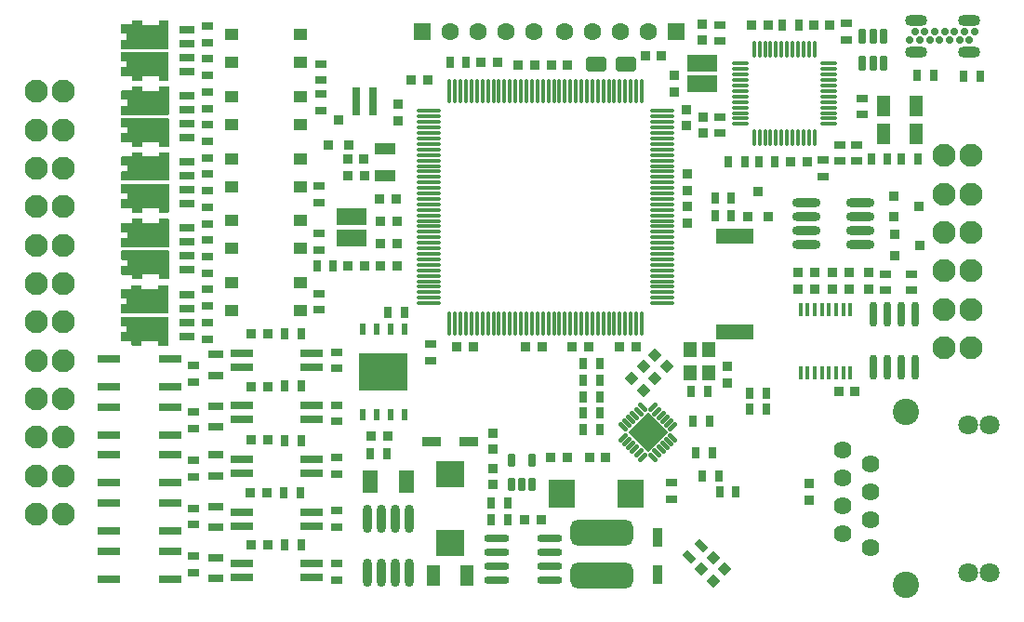
<source format=gts>
G04*
G04 #@! TF.GenerationSoftware,Altium Limited,Altium Designer,22.10.1 (41)*
G04*
G04 Layer_Color=8388736*
%FSLAX25Y25*%
%MOIN*%
G70*
G04*
G04 #@! TF.SameCoordinates,228258D3-266C-4D4F-9196-BF2F79CCE343*
G04*
G04*
G04 #@! TF.FilePolarity,Negative*
G04*
G01*
G75*
%ADD44R,0.01200X0.04575*%
%ADD62R,0.04921X0.02559*%
%ADD70R,0.04921X0.03937*%
%ADD71R,0.05512X0.03150*%
%ADD72R,0.03937X0.02756*%
%ADD73R,0.02756X0.03937*%
%ADD74R,0.03543X0.03543*%
%ADD75R,0.03543X0.03543*%
%ADD76R,0.04724X0.05512*%
%ADD77P,0.05011X4X180.0*%
%ADD78P,0.14476X4X270.0*%
G04:AMPARAMS|DCode=79|XSize=37.8mil|YSize=14.17mil|CornerRadius=2.33mil|HoleSize=0mil|Usage=FLASHONLY|Rotation=225.000|XOffset=0mil|YOffset=0mil|HoleType=Round|Shape=RoundedRectangle|*
%AMROUNDEDRECTD79*
21,1,0.03780,0.00952,0,0,225.0*
21,1,0.03314,0.01417,0,0,225.0*
1,1,0.00465,-0.01508,-0.00835*
1,1,0.00465,0.00835,0.01508*
1,1,0.00465,0.01508,0.00835*
1,1,0.00465,-0.00835,-0.01508*
%
%ADD79ROUNDEDRECTD79*%
G04:AMPARAMS|DCode=80|XSize=37.8mil|YSize=14.17mil|CornerRadius=2.33mil|HoleSize=0mil|Usage=FLASHONLY|Rotation=315.000|XOffset=0mil|YOffset=0mil|HoleType=Round|Shape=RoundedRectangle|*
%AMROUNDEDRECTD80*
21,1,0.03780,0.00952,0,0,315.0*
21,1,0.03314,0.01417,0,0,315.0*
1,1,0.00465,0.00835,-0.01508*
1,1,0.00465,-0.01508,0.00835*
1,1,0.00465,-0.00835,0.01508*
1,1,0.00465,0.01508,-0.00835*
%
%ADD80ROUNDEDRECTD80*%
%ADD81P,0.05011X4X90.0*%
G04:AMPARAMS|DCode=82|XSize=23.62mil|YSize=43.31mil|CornerRadius=0mil|HoleSize=0mil|Usage=FLASHONLY|Rotation=45.000|XOffset=0mil|YOffset=0mil|HoleType=Round|Shape=Rectangle|*
%AMROTATEDRECTD82*
4,1,4,0.00696,-0.02366,-0.02366,0.00696,-0.00696,0.02366,0.02366,-0.00696,0.00696,-0.02366,0.0*
%
%ADD82ROTATEDRECTD82*%

%ADD83R,0.09882X0.09724*%
%ADD84R,0.17323X0.13780*%
%ADD85R,0.01968X0.03937*%
%ADD86R,0.09449X0.10315*%
G04:AMPARAMS|DCode=87|XSize=51.58mil|YSize=27.17mil|CornerRadius=4.87mil|HoleSize=0mil|Usage=FLASHONLY|Rotation=90.000|XOffset=0mil|YOffset=0mil|HoleType=Round|Shape=RoundedRectangle|*
%AMROUNDEDRECTD87*
21,1,0.05158,0.01742,0,0,90.0*
21,1,0.04183,0.02717,0,0,90.0*
1,1,0.00974,0.00871,0.02092*
1,1,0.00974,0.00871,-0.02092*
1,1,0.00974,-0.00871,-0.02092*
1,1,0.00974,-0.00871,0.02092*
%
%ADD87ROUNDEDRECTD87*%
%ADD88R,0.03150X0.09843*%
%ADD89O,0.01378X0.06496*%
%ADD90O,0.06496X0.01378*%
%ADD91R,0.04921X0.07480*%
%ADD92R,0.11024X0.06299*%
G04:AMPARAMS|DCode=93|XSize=224.53mil|YSize=92.65mil|CornerRadius=25.16mil|HoleSize=0mil|Usage=FLASHONLY|Rotation=180.000|XOffset=0mil|YOffset=0mil|HoleType=Round|Shape=RoundedRectangle|*
%AMROUNDEDRECTD93*
21,1,0.22453,0.04232,0,0,180.0*
21,1,0.17421,0.09265,0,0,180.0*
1,1,0.05032,-0.08711,0.02116*
1,1,0.05032,0.08711,0.02116*
1,1,0.05032,0.08711,-0.02116*
1,1,0.05032,-0.08711,-0.02116*
%
%ADD93ROUNDEDRECTD93*%
%ADD94O,0.08661X0.01575*%
%ADD95O,0.01575X0.08661*%
%ADD96R,0.13780X0.05512*%
%ADD97O,0.10236X0.03150*%
G04:AMPARAMS|DCode=98|XSize=71.26mil|YSize=52.36mil|CornerRadius=8.02mil|HoleSize=0mil|Usage=FLASHONLY|Rotation=180.000|XOffset=0mil|YOffset=0mil|HoleType=Round|Shape=RoundedRectangle|*
%AMROUNDEDRECTD98*
21,1,0.07126,0.03632,0,0,180.0*
21,1,0.05522,0.05236,0,0,180.0*
1,1,0.01604,-0.02761,0.01816*
1,1,0.01604,0.02761,0.01816*
1,1,0.01604,0.02761,-0.01816*
1,1,0.01604,-0.02761,-0.01816*
%
%ADD98ROUNDEDRECTD98*%
%ADD99O,0.09055X0.02756*%
%ADD100R,0.07480X0.04331*%
%ADD101R,0.03394X0.03394*%
%ADD102R,0.03543X0.06693*%
%ADD103R,0.05315X0.08268*%
%ADD104O,0.03150X0.10236*%
%ADD105O,0.02756X0.09055*%
%ADD106R,0.03394X0.03394*%
G04:AMPARAMS|DCode=107|XSize=45.67mil|YSize=29.53mil|CornerRadius=8.37mil|HoleSize=0mil|Usage=FLASHONLY|Rotation=90.000|XOffset=0mil|YOffset=0mil|HoleType=Round|Shape=RoundedRectangle|*
%AMROUNDEDRECTD107*
21,1,0.04567,0.01280,0,0,90.0*
21,1,0.02894,0.02953,0,0,90.0*
1,1,0.01673,0.00640,0.01447*
1,1,0.01673,0.00640,-0.01447*
1,1,0.01673,-0.00640,-0.01447*
1,1,0.01673,-0.00640,0.01447*
%
%ADD107ROUNDEDRECTD107*%
%ADD108R,0.04370X0.03248*%
%ADD109R,0.04331X0.03209*%
%ADD110R,0.03465X0.04331*%
%ADD111R,0.03543X0.04331*%
%ADD112R,0.04331X0.03248*%
%ADD113R,0.05315X0.02953*%
%ADD114R,0.08394X0.02994*%
%ADD115R,0.06693X0.03543*%
%ADD116C,0.06394*%
%ADD117C,0.07087*%
%ADD118C,0.09449*%
%ADD119C,0.06299*%
%ADD120R,0.06299X0.06299*%
%ADD121C,0.08268*%
%ADD122C,0.02862*%
%ADD123O,0.07980X0.04043*%
%ADD124C,0.02362*%
G36*
X66968Y-123231D02*
X67005Y-123242D01*
X67039Y-123261D01*
X67069Y-123285D01*
X67094Y-123315D01*
X67112Y-123349D01*
X67123Y-123387D01*
X67127Y-123425D01*
Y-131693D01*
Y-133268D01*
X67123Y-133306D01*
X67112Y-133343D01*
X67094Y-133378D01*
X67069Y-133408D01*
X67039Y-133432D01*
X67005Y-133450D01*
X66968Y-133462D01*
X66929Y-133466D01*
X63779D01*
X63741Y-133462D01*
X63704Y-133450D01*
X63670Y-133432D01*
X63640Y-133408D01*
X63615Y-133378D01*
X63597Y-133343D01*
X63586Y-133306D01*
X63582Y-133268D01*
Y-131891D01*
X57580D01*
Y-133268D01*
X57576Y-133306D01*
X57565Y-133343D01*
X57546Y-133378D01*
X57522Y-133408D01*
X57492Y-133432D01*
X57458Y-133450D01*
X57420Y-133462D01*
X57382Y-133466D01*
X54134D01*
X54095Y-133462D01*
X54058Y-133450D01*
X54024Y-133432D01*
X53994Y-133408D01*
X53969Y-133378D01*
X53951Y-133343D01*
X53940Y-133306D01*
X53936Y-133268D01*
Y-131891D01*
X50197D01*
X50158Y-131887D01*
X50121Y-131876D01*
X50087Y-131857D01*
X50057Y-131833D01*
X50032Y-131803D01*
X50014Y-131769D01*
X50003Y-131731D01*
X49999Y-131693D01*
Y-128839D01*
X50003Y-128800D01*
X50014Y-128763D01*
X50032Y-128729D01*
X50057Y-128699D01*
X50087Y-128674D01*
X50121Y-128656D01*
X50158Y-128645D01*
X50197Y-128641D01*
X52164D01*
Y-126576D01*
X50197D01*
X50158Y-126572D01*
X50121Y-126561D01*
X50087Y-126542D01*
X50057Y-126518D01*
X50032Y-126488D01*
X50014Y-126454D01*
X50003Y-126417D01*
X49999Y-126378D01*
Y-123425D01*
X50003Y-123387D01*
X50014Y-123349D01*
X50032Y-123315D01*
X50057Y-123285D01*
X50087Y-123261D01*
X50121Y-123242D01*
X50158Y-123231D01*
X50197Y-123227D01*
X66929D01*
X66968Y-123231D01*
D02*
G37*
G36*
Y-111814D02*
X67005Y-111825D01*
X67039Y-111843D01*
X67069Y-111868D01*
X67094Y-111898D01*
X67112Y-111932D01*
X67123Y-111969D01*
X67127Y-112008D01*
Y-113583D01*
Y-121850D01*
X67123Y-121889D01*
X67112Y-121926D01*
X67094Y-121960D01*
X67069Y-121990D01*
X67039Y-122015D01*
X67005Y-122033D01*
X66968Y-122044D01*
X66929Y-122048D01*
X50197D01*
X50158Y-122044D01*
X50121Y-122033D01*
X50087Y-122015D01*
X50057Y-121990D01*
X50032Y-121960D01*
X50014Y-121926D01*
X50003Y-121889D01*
X49999Y-121850D01*
Y-118898D01*
X50003Y-118859D01*
X50014Y-118822D01*
X50032Y-118788D01*
X50057Y-118758D01*
X50087Y-118733D01*
X50121Y-118715D01*
X50158Y-118704D01*
X50197Y-118700D01*
X52164D01*
Y-116635D01*
X50197D01*
X50158Y-116631D01*
X50121Y-116620D01*
X50087Y-116602D01*
X50057Y-116577D01*
X50032Y-116547D01*
X50014Y-116513D01*
X50003Y-116476D01*
X49999Y-116437D01*
Y-113583D01*
X50003Y-113544D01*
X50014Y-113507D01*
X50032Y-113473D01*
X50057Y-113443D01*
X50087Y-113418D01*
X50121Y-113400D01*
X50158Y-113389D01*
X50197Y-113385D01*
X53936D01*
Y-112008D01*
X53940Y-111969D01*
X53951Y-111932D01*
X53969Y-111898D01*
X53994Y-111868D01*
X54024Y-111843D01*
X54058Y-111825D01*
X54095Y-111814D01*
X54134Y-111810D01*
X57382D01*
X57420Y-111814D01*
X57458Y-111825D01*
X57492Y-111843D01*
X57522Y-111868D01*
X57546Y-111898D01*
X57565Y-111932D01*
X57576Y-111969D01*
X57580Y-112008D01*
Y-113385D01*
X63582D01*
Y-112008D01*
X63586Y-111969D01*
X63597Y-111932D01*
X63615Y-111898D01*
X63640Y-111868D01*
X63670Y-111843D01*
X63704Y-111825D01*
X63741Y-111814D01*
X63779Y-111810D01*
X66929D01*
X66968Y-111814D01*
D02*
G37*
G36*
X67165Y-99412D02*
X67202Y-99424D01*
X67236Y-99442D01*
X67266Y-99466D01*
X67290Y-99496D01*
X67309Y-99531D01*
X67320Y-99568D01*
X67324Y-99606D01*
Y-107874D01*
Y-109449D01*
X67320Y-109487D01*
X67309Y-109525D01*
X67290Y-109559D01*
X67266Y-109589D01*
X67236Y-109613D01*
X67202Y-109632D01*
X67165Y-109643D01*
X67126Y-109647D01*
X63976D01*
X63938Y-109643D01*
X63901Y-109632D01*
X63867Y-109613D01*
X63836Y-109589D01*
X63812Y-109559D01*
X63794Y-109525D01*
X63782Y-109487D01*
X63779Y-109449D01*
Y-108072D01*
X57776D01*
Y-109449D01*
X57773Y-109487D01*
X57762Y-109525D01*
X57743Y-109559D01*
X57719Y-109589D01*
X57689Y-109613D01*
X57654Y-109632D01*
X57617Y-109643D01*
X57579Y-109647D01*
X54331D01*
X54292Y-109643D01*
X54255Y-109632D01*
X54221Y-109613D01*
X54191Y-109589D01*
X54166Y-109559D01*
X54148Y-109525D01*
X54137Y-109487D01*
X54133Y-109449D01*
Y-108072D01*
X50394D01*
X50355Y-108068D01*
X50318Y-108057D01*
X50284Y-108038D01*
X50254Y-108014D01*
X50229Y-107984D01*
X50211Y-107950D01*
X50200Y-107913D01*
X50196Y-107874D01*
Y-105020D01*
X50200Y-104981D01*
X50211Y-104944D01*
X50229Y-104910D01*
X50254Y-104880D01*
X50284Y-104855D01*
X50318Y-104837D01*
X50355Y-104826D01*
X50394Y-104822D01*
X52361D01*
Y-102757D01*
X50394D01*
X50355Y-102753D01*
X50318Y-102742D01*
X50284Y-102724D01*
X50254Y-102699D01*
X50229Y-102669D01*
X50211Y-102635D01*
X50200Y-102598D01*
X50196Y-102559D01*
Y-99606D01*
X50200Y-99568D01*
X50211Y-99531D01*
X50229Y-99496D01*
X50254Y-99466D01*
X50284Y-99442D01*
X50318Y-99424D01*
X50355Y-99412D01*
X50394Y-99409D01*
X67126D01*
X67165Y-99412D01*
D02*
G37*
G36*
Y-87995D02*
X67202Y-88006D01*
X67236Y-88024D01*
X67266Y-88049D01*
X67290Y-88079D01*
X67309Y-88113D01*
X67320Y-88150D01*
X67324Y-88189D01*
Y-89764D01*
Y-98032D01*
X67320Y-98070D01*
X67309Y-98107D01*
X67290Y-98141D01*
X67266Y-98171D01*
X67236Y-98196D01*
X67202Y-98214D01*
X67165Y-98225D01*
X67126Y-98229D01*
X50394D01*
X50355Y-98225D01*
X50318Y-98214D01*
X50284Y-98196D01*
X50254Y-98171D01*
X50229Y-98141D01*
X50211Y-98107D01*
X50200Y-98070D01*
X50196Y-98032D01*
Y-95079D01*
X50200Y-95040D01*
X50211Y-95003D01*
X50229Y-94969D01*
X50254Y-94939D01*
X50284Y-94914D01*
X50318Y-94896D01*
X50355Y-94885D01*
X50394Y-94881D01*
X52361D01*
Y-92816D01*
X50394D01*
X50355Y-92812D01*
X50318Y-92801D01*
X50284Y-92783D01*
X50254Y-92758D01*
X50229Y-92728D01*
X50211Y-92694D01*
X50200Y-92657D01*
X50196Y-92618D01*
Y-89764D01*
X50200Y-89725D01*
X50211Y-89688D01*
X50229Y-89654D01*
X50254Y-89624D01*
X50284Y-89599D01*
X50318Y-89581D01*
X50355Y-89570D01*
X50394Y-89566D01*
X54133D01*
Y-88189D01*
X54137Y-88150D01*
X54148Y-88113D01*
X54166Y-88079D01*
X54191Y-88049D01*
X54221Y-88024D01*
X54255Y-88006D01*
X54292Y-87995D01*
X54331Y-87991D01*
X57579D01*
X57617Y-87995D01*
X57654Y-88006D01*
X57689Y-88024D01*
X57719Y-88049D01*
X57743Y-88079D01*
X57762Y-88113D01*
X57773Y-88150D01*
X57776Y-88189D01*
Y-89566D01*
X63779D01*
Y-88189D01*
X63782Y-88150D01*
X63794Y-88113D01*
X63812Y-88079D01*
X63836Y-88049D01*
X63867Y-88024D01*
X63901Y-88006D01*
X63938Y-87995D01*
X63976Y-87991D01*
X67126D01*
X67165Y-87995D01*
D02*
G37*
G36*
Y-75593D02*
X67202Y-75605D01*
X67236Y-75623D01*
X67266Y-75647D01*
X67290Y-75678D01*
X67309Y-75712D01*
X67320Y-75749D01*
X67324Y-75787D01*
Y-84055D01*
Y-85630D01*
X67320Y-85668D01*
X67309Y-85706D01*
X67290Y-85740D01*
X67266Y-85770D01*
X67236Y-85794D01*
X67202Y-85813D01*
X67165Y-85824D01*
X67126Y-85828D01*
X63976D01*
X63938Y-85824D01*
X63901Y-85813D01*
X63867Y-85794D01*
X63836Y-85770D01*
X63812Y-85740D01*
X63794Y-85706D01*
X63782Y-85668D01*
X63779Y-85630D01*
Y-84253D01*
X57776D01*
Y-85630D01*
X57773Y-85668D01*
X57762Y-85706D01*
X57743Y-85740D01*
X57719Y-85770D01*
X57689Y-85794D01*
X57654Y-85813D01*
X57617Y-85824D01*
X57579Y-85828D01*
X54331D01*
X54292Y-85824D01*
X54255Y-85813D01*
X54221Y-85794D01*
X54191Y-85770D01*
X54166Y-85740D01*
X54148Y-85706D01*
X54137Y-85668D01*
X54133Y-85630D01*
Y-84253D01*
X50394D01*
X50355Y-84249D01*
X50318Y-84238D01*
X50284Y-84220D01*
X50254Y-84195D01*
X50229Y-84165D01*
X50211Y-84131D01*
X50200Y-84094D01*
X50196Y-84055D01*
Y-81201D01*
X50200Y-81162D01*
X50211Y-81125D01*
X50229Y-81091D01*
X50254Y-81061D01*
X50284Y-81036D01*
X50318Y-81018D01*
X50355Y-81007D01*
X50394Y-81003D01*
X52361D01*
Y-78938D01*
X50394D01*
X50355Y-78934D01*
X50318Y-78923D01*
X50284Y-78905D01*
X50254Y-78880D01*
X50229Y-78850D01*
X50211Y-78816D01*
X50200Y-78779D01*
X50196Y-78740D01*
Y-75787D01*
X50200Y-75749D01*
X50211Y-75712D01*
X50229Y-75678D01*
X50254Y-75647D01*
X50284Y-75623D01*
X50318Y-75605D01*
X50355Y-75593D01*
X50394Y-75590D01*
X67126D01*
X67165Y-75593D01*
D02*
G37*
G36*
Y-64176D02*
X67202Y-64187D01*
X67236Y-64206D01*
X67266Y-64230D01*
X67290Y-64260D01*
X67309Y-64294D01*
X67320Y-64332D01*
X67324Y-64370D01*
Y-65945D01*
Y-74213D01*
X67320Y-74251D01*
X67309Y-74288D01*
X67290Y-74322D01*
X67266Y-74353D01*
X67236Y-74377D01*
X67202Y-74395D01*
X67165Y-74407D01*
X67126Y-74410D01*
X50394D01*
X50355Y-74407D01*
X50318Y-74395D01*
X50284Y-74377D01*
X50254Y-74353D01*
X50229Y-74322D01*
X50211Y-74288D01*
X50200Y-74251D01*
X50196Y-74213D01*
Y-71260D01*
X50200Y-71221D01*
X50211Y-71184D01*
X50229Y-71150D01*
X50254Y-71120D01*
X50284Y-71095D01*
X50318Y-71077D01*
X50355Y-71066D01*
X50394Y-71062D01*
X52361D01*
Y-68997D01*
X50394D01*
X50355Y-68993D01*
X50318Y-68982D01*
X50284Y-68964D01*
X50254Y-68939D01*
X50229Y-68909D01*
X50211Y-68875D01*
X50200Y-68838D01*
X50196Y-68799D01*
Y-65945D01*
X50200Y-65906D01*
X50211Y-65869D01*
X50229Y-65835D01*
X50254Y-65805D01*
X50284Y-65780D01*
X50318Y-65762D01*
X50355Y-65751D01*
X50394Y-65747D01*
X54133D01*
Y-64370D01*
X54137Y-64332D01*
X54148Y-64294D01*
X54166Y-64260D01*
X54191Y-64230D01*
X54221Y-64206D01*
X54255Y-64187D01*
X54292Y-64176D01*
X54331Y-64172D01*
X57579D01*
X57617Y-64176D01*
X57654Y-64187D01*
X57689Y-64206D01*
X57719Y-64230D01*
X57743Y-64260D01*
X57762Y-64294D01*
X57773Y-64332D01*
X57776Y-64370D01*
Y-65747D01*
X63779D01*
Y-64370D01*
X63782Y-64332D01*
X63794Y-64294D01*
X63812Y-64260D01*
X63836Y-64230D01*
X63867Y-64206D01*
X63901Y-64187D01*
X63938Y-64176D01*
X63976Y-64172D01*
X67126D01*
X67165Y-64176D01*
D02*
G37*
G36*
Y-51971D02*
X67202Y-51983D01*
X67236Y-52001D01*
X67266Y-52026D01*
X67290Y-52056D01*
X67309Y-52090D01*
X67320Y-52127D01*
X67324Y-52165D01*
Y-60433D01*
Y-62008D01*
X67320Y-62046D01*
X67309Y-62084D01*
X67290Y-62118D01*
X67266Y-62148D01*
X67236Y-62172D01*
X67202Y-62191D01*
X67165Y-62202D01*
X67126Y-62206D01*
X63976D01*
X63938Y-62202D01*
X63901Y-62191D01*
X63867Y-62172D01*
X63836Y-62148D01*
X63812Y-62118D01*
X63794Y-62084D01*
X63782Y-62046D01*
X63779Y-62008D01*
Y-60631D01*
X57776D01*
Y-62008D01*
X57773Y-62046D01*
X57762Y-62084D01*
X57743Y-62118D01*
X57719Y-62148D01*
X57689Y-62172D01*
X57654Y-62191D01*
X57617Y-62202D01*
X57579Y-62206D01*
X54331D01*
X54292Y-62202D01*
X54255Y-62191D01*
X54221Y-62172D01*
X54191Y-62148D01*
X54166Y-62118D01*
X54148Y-62084D01*
X54137Y-62046D01*
X54133Y-62008D01*
Y-60631D01*
X50394D01*
X50355Y-60627D01*
X50318Y-60616D01*
X50284Y-60597D01*
X50254Y-60573D01*
X50229Y-60543D01*
X50211Y-60509D01*
X50200Y-60472D01*
X50196Y-60433D01*
Y-57579D01*
X50200Y-57540D01*
X50211Y-57503D01*
X50229Y-57469D01*
X50254Y-57439D01*
X50284Y-57414D01*
X50318Y-57396D01*
X50355Y-57385D01*
X50394Y-57381D01*
X52361D01*
Y-55316D01*
X50394D01*
X50355Y-55312D01*
X50318Y-55301D01*
X50284Y-55283D01*
X50254Y-55258D01*
X50229Y-55228D01*
X50211Y-55194D01*
X50200Y-55157D01*
X50196Y-55118D01*
Y-52165D01*
X50200Y-52127D01*
X50211Y-52090D01*
X50229Y-52056D01*
X50254Y-52026D01*
X50284Y-52001D01*
X50318Y-51983D01*
X50355Y-51971D01*
X50394Y-51968D01*
X67126D01*
X67165Y-51971D01*
D02*
G37*
G36*
Y-40554D02*
X67202Y-40565D01*
X67236Y-40584D01*
X67266Y-40608D01*
X67290Y-40638D01*
X67309Y-40672D01*
X67320Y-40709D01*
X67324Y-40748D01*
Y-42323D01*
Y-50591D01*
X67320Y-50629D01*
X67309Y-50666D01*
X67290Y-50700D01*
X67266Y-50730D01*
X67236Y-50755D01*
X67202Y-50773D01*
X67165Y-50785D01*
X67126Y-50788D01*
X50394D01*
X50355Y-50785D01*
X50318Y-50773D01*
X50284Y-50755D01*
X50254Y-50730D01*
X50229Y-50700D01*
X50211Y-50666D01*
X50200Y-50629D01*
X50196Y-50591D01*
Y-47638D01*
X50200Y-47599D01*
X50211Y-47562D01*
X50229Y-47528D01*
X50254Y-47498D01*
X50284Y-47473D01*
X50318Y-47455D01*
X50355Y-47444D01*
X50394Y-47440D01*
X52361D01*
Y-45375D01*
X50394D01*
X50355Y-45371D01*
X50318Y-45360D01*
X50284Y-45342D01*
X50254Y-45317D01*
X50229Y-45287D01*
X50211Y-45253D01*
X50200Y-45216D01*
X50196Y-45177D01*
Y-42323D01*
X50200Y-42284D01*
X50211Y-42247D01*
X50229Y-42213D01*
X50254Y-42183D01*
X50284Y-42158D01*
X50318Y-42140D01*
X50355Y-42129D01*
X50394Y-42125D01*
X54133D01*
Y-40748D01*
X54137Y-40709D01*
X54148Y-40672D01*
X54166Y-40638D01*
X54191Y-40608D01*
X54221Y-40584D01*
X54255Y-40565D01*
X54292Y-40554D01*
X54331Y-40550D01*
X57579D01*
X57617Y-40554D01*
X57654Y-40565D01*
X57689Y-40584D01*
X57719Y-40608D01*
X57743Y-40638D01*
X57762Y-40672D01*
X57773Y-40709D01*
X57776Y-40748D01*
Y-42125D01*
X63779D01*
Y-40748D01*
X63782Y-40709D01*
X63794Y-40672D01*
X63812Y-40638D01*
X63836Y-40608D01*
X63867Y-40584D01*
X63901Y-40565D01*
X63938Y-40554D01*
X63976Y-40550D01*
X67126D01*
X67165Y-40554D01*
D02*
G37*
G36*
X67066Y-28330D02*
X67103Y-28341D01*
X67137Y-28359D01*
X67167Y-28384D01*
X67192Y-28414D01*
X67210Y-28448D01*
X67222Y-28485D01*
X67225Y-28524D01*
Y-36791D01*
Y-38366D01*
X67222Y-38405D01*
X67210Y-38442D01*
X67192Y-38476D01*
X67167Y-38506D01*
X67137Y-38531D01*
X67103Y-38549D01*
X67066Y-38560D01*
X67028Y-38564D01*
X63878D01*
X63839Y-38560D01*
X63802Y-38549D01*
X63768Y-38531D01*
X63738Y-38506D01*
X63714Y-38476D01*
X63695Y-38442D01*
X63684Y-38405D01*
X63680Y-38366D01*
Y-36989D01*
X57678D01*
Y-38366D01*
X57674Y-38405D01*
X57663Y-38442D01*
X57645Y-38476D01*
X57620Y-38506D01*
X57590Y-38531D01*
X57556Y-38549D01*
X57519Y-38560D01*
X57480Y-38564D01*
X54232D01*
X54194Y-38560D01*
X54157Y-38549D01*
X54122Y-38531D01*
X54092Y-38506D01*
X54068Y-38476D01*
X54050Y-38442D01*
X54038Y-38405D01*
X54035Y-38366D01*
Y-36989D01*
X50295D01*
X50257Y-36985D01*
X50220Y-36974D01*
X50185Y-36956D01*
X50155Y-36931D01*
X50131Y-36901D01*
X50112Y-36867D01*
X50101Y-36830D01*
X50098Y-36791D01*
Y-33937D01*
X50101Y-33898D01*
X50112Y-33861D01*
X50131Y-33827D01*
X50155Y-33797D01*
X50185Y-33773D01*
X50220Y-33754D01*
X50257Y-33743D01*
X50295Y-33739D01*
X52263D01*
Y-31674D01*
X50295D01*
X50257Y-31670D01*
X50220Y-31659D01*
X50185Y-31641D01*
X50155Y-31616D01*
X50131Y-31586D01*
X50112Y-31552D01*
X50101Y-31515D01*
X50098Y-31477D01*
Y-28524D01*
X50101Y-28485D01*
X50112Y-28448D01*
X50131Y-28414D01*
X50155Y-28384D01*
X50185Y-28359D01*
X50220Y-28341D01*
X50257Y-28330D01*
X50295Y-28326D01*
X67028D01*
X67066Y-28330D01*
D02*
G37*
G36*
Y-16912D02*
X67103Y-16924D01*
X67137Y-16942D01*
X67167Y-16966D01*
X67192Y-16996D01*
X67210Y-17031D01*
X67222Y-17068D01*
X67225Y-17106D01*
Y-18681D01*
Y-26949D01*
X67222Y-26987D01*
X67210Y-27025D01*
X67192Y-27059D01*
X67167Y-27089D01*
X67137Y-27113D01*
X67103Y-27132D01*
X67066Y-27143D01*
X67028Y-27147D01*
X50295D01*
X50257Y-27143D01*
X50220Y-27132D01*
X50185Y-27113D01*
X50155Y-27089D01*
X50131Y-27059D01*
X50112Y-27025D01*
X50101Y-26987D01*
X50098Y-26949D01*
Y-23996D01*
X50101Y-23958D01*
X50112Y-23921D01*
X50131Y-23886D01*
X50155Y-23856D01*
X50185Y-23832D01*
X50220Y-23813D01*
X50257Y-23802D01*
X50295Y-23798D01*
X52263D01*
Y-21733D01*
X50295D01*
X50257Y-21730D01*
X50220Y-21718D01*
X50185Y-21700D01*
X50155Y-21675D01*
X50131Y-21645D01*
X50112Y-21611D01*
X50101Y-21574D01*
X50098Y-21535D01*
Y-18681D01*
X50101Y-18643D01*
X50112Y-18606D01*
X50131Y-18571D01*
X50155Y-18541D01*
X50185Y-18517D01*
X50220Y-18498D01*
X50257Y-18487D01*
X50295Y-18483D01*
X54035D01*
Y-17106D01*
X54038Y-17068D01*
X54050Y-17031D01*
X54068Y-16996D01*
X54092Y-16966D01*
X54122Y-16942D01*
X54157Y-16924D01*
X54194Y-16912D01*
X54232Y-16909D01*
X57480D01*
X57519Y-16912D01*
X57556Y-16924D01*
X57590Y-16942D01*
X57620Y-16966D01*
X57645Y-16996D01*
X57663Y-17031D01*
X57674Y-17068D01*
X57678Y-17106D01*
Y-18483D01*
X63680D01*
Y-17106D01*
X63684Y-17068D01*
X63695Y-17031D01*
X63714Y-16996D01*
X63738Y-16966D01*
X63768Y-16942D01*
X63802Y-16924D01*
X63839Y-16912D01*
X63878Y-16909D01*
X67028D01*
X67066Y-16912D01*
D02*
G37*
D44*
X293701Y-143177D02*
D03*
X296260D02*
D03*
X298819D02*
D03*
X301378D02*
D03*
X311614D02*
D03*
X309055D02*
D03*
X306496D02*
D03*
X303937D02*
D03*
X293701Y-120571D02*
D03*
X296260D02*
D03*
X298819D02*
D03*
X301378D02*
D03*
X303937D02*
D03*
X306496D02*
D03*
X309055D02*
D03*
X311614D02*
D03*
D62*
X60532Y-32461D02*
D03*
Y-23012D02*
D03*
X60630Y-46654D02*
D03*
Y-56102D02*
D03*
Y-79724D02*
D03*
Y-70276D02*
D03*
Y-94095D02*
D03*
Y-103543D02*
D03*
X60433Y-127362D02*
D03*
Y-117913D02*
D03*
D70*
X89862Y-76437D02*
D03*
X114468D02*
D03*
X89862Y-66437D02*
D03*
X114468D02*
D03*
X89862Y-98632D02*
D03*
X114468D02*
D03*
X89862Y-88632D02*
D03*
X114468D02*
D03*
Y-110827D02*
D03*
X89862D02*
D03*
X114468Y-120827D02*
D03*
X89862D02*
D03*
X114468Y-44242D02*
D03*
X89862D02*
D03*
X114468Y-54242D02*
D03*
X89862D02*
D03*
X114468Y-22047D02*
D03*
X89862D02*
D03*
X114468Y-32047D02*
D03*
X89862D02*
D03*
D71*
X84153Y-144095D02*
D03*
Y-136614D02*
D03*
Y-162598D02*
D03*
Y-155118D02*
D03*
Y-180217D02*
D03*
Y-172736D02*
D03*
Y-191240D02*
D03*
Y-198721D02*
D03*
X84055Y-209547D02*
D03*
Y-217028D02*
D03*
D72*
X81299Y-77953D02*
D03*
Y-83858D02*
D03*
X247342Y-188583D02*
D03*
Y-182677D02*
D03*
X161024Y-132972D02*
D03*
Y-138878D02*
D03*
X333465Y-107776D02*
D03*
Y-113681D02*
D03*
X301870Y-66929D02*
D03*
Y-72835D02*
D03*
X264665Y-51476D02*
D03*
Y-57382D02*
D03*
X310039Y-23819D02*
D03*
Y-17913D02*
D03*
X264961Y-24409D02*
D03*
Y-18504D02*
D03*
X307776Y-61417D02*
D03*
Y-67323D02*
D03*
X313779D02*
D03*
Y-61417D02*
D03*
X315945Y-50689D02*
D03*
Y-44783D02*
D03*
X324213Y-107776D02*
D03*
Y-113681D02*
D03*
X81299Y-24803D02*
D03*
Y-18898D02*
D03*
Y-36614D02*
D03*
Y-30709D02*
D03*
Y-48425D02*
D03*
Y-42520D02*
D03*
Y-60236D02*
D03*
Y-54331D02*
D03*
X76181Y-214961D02*
D03*
Y-209055D02*
D03*
Y-197736D02*
D03*
Y-191831D02*
D03*
X121063Y-93209D02*
D03*
Y-99114D02*
D03*
Y-114764D02*
D03*
Y-120669D02*
D03*
X127362Y-135827D02*
D03*
Y-141732D02*
D03*
X81299Y-72047D02*
D03*
Y-66142D02*
D03*
Y-95669D02*
D03*
Y-89764D02*
D03*
Y-107480D02*
D03*
Y-101575D02*
D03*
Y-119291D02*
D03*
Y-113386D02*
D03*
Y-131102D02*
D03*
Y-125197D02*
D03*
X76181Y-146457D02*
D03*
Y-140551D02*
D03*
Y-163287D02*
D03*
Y-157382D02*
D03*
Y-180512D02*
D03*
Y-174606D02*
D03*
X127362Y-173721D02*
D03*
Y-179626D02*
D03*
Y-192667D02*
D03*
Y-198573D02*
D03*
Y-217520D02*
D03*
Y-211614D02*
D03*
Y-160728D02*
D03*
Y-154823D02*
D03*
X121063Y-82284D02*
D03*
Y-76378D02*
D03*
X121752Y-43406D02*
D03*
Y-49311D02*
D03*
X121653Y-38386D02*
D03*
Y-32480D02*
D03*
D73*
X145768Y-121653D02*
D03*
X151673D02*
D03*
X275590Y-156398D02*
D03*
X281496D02*
D03*
X275590Y-150492D02*
D03*
X281496D02*
D03*
X260531Y-150000D02*
D03*
X254626D02*
D03*
X261024Y-160433D02*
D03*
X255118D02*
D03*
X262205Y-171850D02*
D03*
X256299D02*
D03*
X264469Y-180118D02*
D03*
X258563D02*
D03*
X264665Y-186024D02*
D03*
X270571D02*
D03*
X215748Y-139961D02*
D03*
X221654D02*
D03*
X215748Y-145866D02*
D03*
X221654D02*
D03*
X215748Y-151772D02*
D03*
X221654D02*
D03*
X215748Y-157677D02*
D03*
X221654D02*
D03*
X215748Y-163583D02*
D03*
X221654D02*
D03*
X278642Y-67520D02*
D03*
X284547D02*
D03*
X273721D02*
D03*
X267815D02*
D03*
X335433Y-36614D02*
D03*
X341339D02*
D03*
X352264Y-36811D02*
D03*
X358169D02*
D03*
X287205Y-18504D02*
D03*
X293110D02*
D03*
X318996Y-66732D02*
D03*
X324902D02*
D03*
X329823D02*
D03*
X335728D02*
D03*
X188779Y-195965D02*
D03*
X182874D02*
D03*
X145473Y-172244D02*
D03*
X139567D02*
D03*
X173917Y-31791D02*
D03*
X168012D02*
D03*
X262992Y-80709D02*
D03*
X268898D02*
D03*
Y-86910D02*
D03*
X262992D02*
D03*
X114370Y-186221D02*
D03*
X108465D02*
D03*
X126279Y-104823D02*
D03*
X120374D02*
D03*
X114764Y-129134D02*
D03*
X108858D02*
D03*
X114764Y-204921D02*
D03*
X108858D02*
D03*
X188779Y-189862D02*
D03*
X182874D02*
D03*
X114764Y-167520D02*
D03*
X108858D02*
D03*
X114764Y-148031D02*
D03*
X108858D02*
D03*
D74*
X149114Y-104823D02*
D03*
X143209D02*
D03*
X223917Y-173721D02*
D03*
X218012D02*
D03*
X210138D02*
D03*
X204232D02*
D03*
X290158Y-67520D02*
D03*
X296063D02*
D03*
X176378Y-134055D02*
D03*
X170472D02*
D03*
X307382Y-149902D02*
D03*
X313287D02*
D03*
X276083Y-18504D02*
D03*
X281988D02*
D03*
X304232D02*
D03*
X298327D02*
D03*
X237992Y-29724D02*
D03*
X243898D02*
D03*
X131398Y-66732D02*
D03*
X137303D02*
D03*
X131496Y-72736D02*
D03*
X137402D02*
D03*
X160039Y-38287D02*
D03*
X154134D02*
D03*
X234842Y-134055D02*
D03*
X143110Y-88829D02*
D03*
X149016D02*
D03*
X102756Y-204921D02*
D03*
X96850D02*
D03*
X142913Y-80905D02*
D03*
X148819D02*
D03*
X143110Y-96949D02*
D03*
X149016D02*
D03*
X131496Y-104823D02*
D03*
X137402D02*
D03*
X102756Y-129134D02*
D03*
X96850D02*
D03*
X139961Y-166043D02*
D03*
X145866D02*
D03*
X195177Y-134055D02*
D03*
X201083D02*
D03*
X211909D02*
D03*
X217815D02*
D03*
X228937D02*
D03*
X204331Y-32972D02*
D03*
X210236D02*
D03*
X198425D02*
D03*
X192520D02*
D03*
X185138Y-31791D02*
D03*
X179232D02*
D03*
X194882Y-195965D02*
D03*
X200787D02*
D03*
X102362Y-186221D02*
D03*
X96457D02*
D03*
X102756Y-167323D02*
D03*
X96850D02*
D03*
X102756Y-148228D02*
D03*
X96850D02*
D03*
D75*
X296752Y-188976D02*
D03*
Y-183071D02*
D03*
X267520Y-140847D02*
D03*
Y-146752D02*
D03*
X253248Y-89567D02*
D03*
Y-83661D02*
D03*
X258366Y-24016D02*
D03*
Y-18110D02*
D03*
X248327Y-42618D02*
D03*
Y-36713D02*
D03*
X253248Y-77756D02*
D03*
Y-71850D02*
D03*
X311024Y-113287D02*
D03*
Y-107382D02*
D03*
X305020Y-113287D02*
D03*
Y-107382D02*
D03*
X298917Y-113287D02*
D03*
Y-107382D02*
D03*
X292717Y-113287D02*
D03*
Y-107382D02*
D03*
X258760Y-57382D02*
D03*
Y-51476D02*
D03*
X252756Y-48819D02*
D03*
Y-54724D02*
D03*
X149409Y-52854D02*
D03*
Y-46949D02*
D03*
X318209Y-107382D02*
D03*
Y-113287D02*
D03*
X183465Y-177461D02*
D03*
Y-183366D02*
D03*
Y-170669D02*
D03*
Y-164764D02*
D03*
D76*
X254232Y-134843D02*
D03*
X260728Y-143110D02*
D03*
Y-134843D02*
D03*
X254232Y-143110D02*
D03*
D77*
X241613Y-136790D02*
D03*
X245789Y-140966D02*
D03*
X241556Y-145198D02*
D03*
X237381Y-141022D02*
D03*
X237324Y-149430D02*
D03*
X233148Y-145255D02*
D03*
D78*
X238976Y-164567D02*
D03*
D79*
X237069Y-173434D02*
D03*
X235678Y-172042D02*
D03*
X234285Y-170650D02*
D03*
X232894Y-169258D02*
D03*
X231502Y-167866D02*
D03*
X230110Y-166474D02*
D03*
X240883Y-155700D02*
D03*
X242275Y-157092D02*
D03*
X243667Y-158484D02*
D03*
X245059Y-159876D02*
D03*
X246451Y-161268D02*
D03*
X247843Y-162660D02*
D03*
D80*
Y-166474D02*
D03*
X246451Y-167866D02*
D03*
X245059Y-169258D02*
D03*
X243667Y-170650D02*
D03*
X242275Y-172042D02*
D03*
X240883Y-173434D02*
D03*
X230110Y-162660D02*
D03*
X231502Y-161268D02*
D03*
X232894Y-159876D02*
D03*
X234285Y-158484D02*
D03*
X235678Y-157092D02*
D03*
X237069Y-155700D02*
D03*
D81*
X262324Y-209428D02*
D03*
X258148Y-213604D02*
D03*
X266556Y-213660D02*
D03*
X262381Y-217836D02*
D03*
D82*
X253916Y-209371D02*
D03*
X258092Y-205196D02*
D03*
D83*
X168209Y-179724D02*
D03*
Y-204331D02*
D03*
D84*
X144291Y-142815D02*
D03*
D85*
X151791Y-158110D02*
D03*
X136791Y-127520D02*
D03*
X141791Y-158110D02*
D03*
X146791Y-127520D02*
D03*
X136791Y-158110D02*
D03*
X141791Y-127520D02*
D03*
X146791Y-158110D02*
D03*
X151791Y-127520D02*
D03*
D86*
X208228Y-186516D02*
D03*
X232716D02*
D03*
D87*
X315945Y-22421D02*
D03*
X319685D02*
D03*
X323425D02*
D03*
Y-32303D02*
D03*
X319685D02*
D03*
X315945D02*
D03*
D88*
X140453Y-45866D02*
D03*
X134547D02*
D03*
D89*
X284941Y-27362D02*
D03*
X277067Y-59055D02*
D03*
X279035D02*
D03*
X281004D02*
D03*
X282972D02*
D03*
X284941D02*
D03*
X286910D02*
D03*
X288878D02*
D03*
X290846D02*
D03*
X292815D02*
D03*
X294783D02*
D03*
X296752D02*
D03*
X298721D02*
D03*
Y-27362D02*
D03*
X296752D02*
D03*
X294783D02*
D03*
X292815D02*
D03*
X290846D02*
D03*
X288878D02*
D03*
X286910D02*
D03*
X282972D02*
D03*
X281004D02*
D03*
X279035D02*
D03*
X277067D02*
D03*
D90*
X272047Y-34350D02*
D03*
Y-44193D02*
D03*
Y-42224D02*
D03*
X303740Y-40256D02*
D03*
Y-38287D02*
D03*
X272047Y-32382D02*
D03*
Y-36319D02*
D03*
Y-38287D02*
D03*
Y-40256D02*
D03*
Y-46161D02*
D03*
Y-48130D02*
D03*
Y-50098D02*
D03*
Y-52067D02*
D03*
Y-54035D02*
D03*
X303740D02*
D03*
Y-52067D02*
D03*
Y-50098D02*
D03*
Y-48130D02*
D03*
Y-46161D02*
D03*
Y-44193D02*
D03*
Y-42224D02*
D03*
Y-36319D02*
D03*
Y-34350D02*
D03*
Y-32382D02*
D03*
D91*
X335236Y-47638D02*
D03*
X323425D02*
D03*
X335236Y-57677D02*
D03*
X323425D02*
D03*
X174114Y-215945D02*
D03*
X162303D02*
D03*
D92*
X258366Y-32185D02*
D03*
Y-39666D02*
D03*
X132973Y-87303D02*
D03*
Y-94783D02*
D03*
D93*
X222638Y-200689D02*
D03*
Y-215846D02*
D03*
D94*
X160630Y-116339D02*
D03*
Y-82874D02*
D03*
Y-84842D02*
D03*
Y-86811D02*
D03*
Y-88779D02*
D03*
Y-90748D02*
D03*
Y-49409D02*
D03*
Y-51378D02*
D03*
Y-53346D02*
D03*
Y-55315D02*
D03*
Y-57284D02*
D03*
Y-61221D02*
D03*
Y-63189D02*
D03*
Y-65158D02*
D03*
Y-67126D02*
D03*
Y-69095D02*
D03*
Y-71063D02*
D03*
Y-73032D02*
D03*
Y-75000D02*
D03*
Y-76968D02*
D03*
Y-78937D02*
D03*
Y-80905D02*
D03*
Y-92716D02*
D03*
Y-94685D02*
D03*
Y-96653D02*
D03*
Y-98622D02*
D03*
Y-100591D02*
D03*
Y-102559D02*
D03*
Y-104527D02*
D03*
Y-106496D02*
D03*
Y-108465D02*
D03*
Y-110433D02*
D03*
Y-112402D02*
D03*
Y-114370D02*
D03*
Y-118307D02*
D03*
X244094D02*
D03*
Y-112402D02*
D03*
Y-106496D02*
D03*
Y-104527D02*
D03*
Y-102559D02*
D03*
Y-100591D02*
D03*
Y-98622D02*
D03*
Y-96653D02*
D03*
Y-94685D02*
D03*
Y-92716D02*
D03*
Y-90748D02*
D03*
Y-88779D02*
D03*
Y-86811D02*
D03*
Y-84842D02*
D03*
Y-82874D02*
D03*
Y-80905D02*
D03*
Y-76968D02*
D03*
Y-75000D02*
D03*
Y-69095D02*
D03*
Y-67126D02*
D03*
Y-65158D02*
D03*
Y-59252D02*
D03*
Y-57284D02*
D03*
Y-55315D02*
D03*
Y-51378D02*
D03*
Y-49409D02*
D03*
Y-61221D02*
D03*
Y-63189D02*
D03*
Y-71063D02*
D03*
Y-73032D02*
D03*
Y-78937D02*
D03*
Y-108465D02*
D03*
Y-110433D02*
D03*
Y-114370D02*
D03*
Y-116339D02*
D03*
Y-53346D02*
D03*
X160630Y-59252D02*
D03*
D95*
X183661Y-42126D02*
D03*
X167913Y-125591D02*
D03*
X169882D02*
D03*
X171850D02*
D03*
X173819D02*
D03*
X175787D02*
D03*
X177756D02*
D03*
X179724D02*
D03*
X181693D02*
D03*
X183661D02*
D03*
X185630D02*
D03*
X187598D02*
D03*
X189567D02*
D03*
X191535D02*
D03*
X193504D02*
D03*
X195473D02*
D03*
X197441D02*
D03*
X199409D02*
D03*
X201378D02*
D03*
X203346D02*
D03*
X205315D02*
D03*
X207283D02*
D03*
X209252D02*
D03*
X211221D02*
D03*
X213189D02*
D03*
X215158D02*
D03*
X217126D02*
D03*
X219094D02*
D03*
X221063D02*
D03*
X223031D02*
D03*
X225000D02*
D03*
X226969D02*
D03*
X228937D02*
D03*
X230906D02*
D03*
X232874D02*
D03*
X236811D02*
D03*
Y-42126D02*
D03*
X234842D02*
D03*
X232874D02*
D03*
X230906D02*
D03*
X228937D02*
D03*
X226969D02*
D03*
X225000D02*
D03*
X223031D02*
D03*
X221063D02*
D03*
X219094D02*
D03*
X217126D02*
D03*
X215158D02*
D03*
X213189D02*
D03*
X211221D02*
D03*
X209252D02*
D03*
X207283D02*
D03*
X205315D02*
D03*
X203346D02*
D03*
X201378D02*
D03*
X199409D02*
D03*
X197441D02*
D03*
X195473D02*
D03*
X193504D02*
D03*
X191535D02*
D03*
X189567D02*
D03*
X187598D02*
D03*
X185630D02*
D03*
X181693D02*
D03*
X179724D02*
D03*
X177756D02*
D03*
X175787D02*
D03*
X173819D02*
D03*
X171850D02*
D03*
X169882D02*
D03*
X167913D02*
D03*
X234842Y-125591D02*
D03*
D96*
X270276Y-94291D02*
D03*
Y-128543D02*
D03*
D97*
X315158Y-97362D02*
D03*
Y-92362D02*
D03*
Y-87362D02*
D03*
Y-82362D02*
D03*
X295866Y-97362D02*
D03*
Y-92362D02*
D03*
Y-87362D02*
D03*
Y-82362D02*
D03*
D98*
X220374Y-32579D02*
D03*
X231004D02*
D03*
D99*
X184843Y-212638D02*
D03*
Y-217638D02*
D03*
X203740D02*
D03*
Y-212638D02*
D03*
Y-207638D02*
D03*
Y-202638D02*
D03*
X184843Y-207638D02*
D03*
Y-202638D02*
D03*
D100*
X144685Y-62795D02*
D03*
Y-72638D02*
D03*
D101*
X128140Y-52713D02*
D03*
X124390Y-61713D02*
D03*
X131890D02*
D03*
X278455Y-78303D02*
D03*
X274705Y-87303D02*
D03*
X282205D02*
D03*
D102*
X242421Y-215650D02*
D03*
Y-202264D02*
D03*
D103*
X139563Y-182283D02*
D03*
X152563D02*
D03*
D104*
X138524Y-195562D02*
D03*
Y-214854D02*
D03*
X143524D02*
D03*
X148524D02*
D03*
X153524D02*
D03*
X143524Y-195562D02*
D03*
X148524D02*
D03*
X153524D02*
D03*
D105*
X319961Y-141240D02*
D03*
X324961D02*
D03*
X329961D02*
D03*
X334961D02*
D03*
X319961Y-122343D02*
D03*
X324961D02*
D03*
X329961D02*
D03*
X334961D02*
D03*
D106*
X336362Y-97431D02*
D03*
X327362Y-93681D02*
D03*
Y-101181D02*
D03*
X336122Y-83563D02*
D03*
X327122Y-79813D02*
D03*
Y-87313D02*
D03*
D107*
X193799Y-183366D02*
D03*
X190059D02*
D03*
X197539D02*
D03*
Y-174705D02*
D03*
X190059D02*
D03*
D108*
X52362Y-25473D02*
D03*
X52461Y-49114D02*
D03*
Y-72736D02*
D03*
Y-96555D02*
D03*
X52264Y-120374D02*
D03*
D109*
Y-20059D02*
D03*
X52362Y-43701D02*
D03*
Y-67323D02*
D03*
Y-91142D02*
D03*
X52165Y-114961D02*
D03*
D110*
X65453Y-19075D02*
D03*
X65495Y-36336D02*
D03*
X65594Y-59978D02*
D03*
X65551Y-42717D02*
D03*
Y-66339D02*
D03*
X65594Y-83600D02*
D03*
Y-107419D02*
D03*
X65551Y-90158D02*
D03*
X65354Y-113976D02*
D03*
X65397Y-131238D02*
D03*
D111*
X55807Y-19075D02*
D03*
X55895Y-36336D02*
D03*
X55994Y-59978D02*
D03*
X55905Y-42717D02*
D03*
Y-66339D02*
D03*
X55994Y-83600D02*
D03*
Y-107419D02*
D03*
X55905Y-90158D02*
D03*
X55709Y-113976D02*
D03*
X55797Y-131238D02*
D03*
D112*
X52295Y-30036D02*
D03*
X52264Y-35364D02*
D03*
X52362Y-59006D02*
D03*
X52394Y-53678D02*
D03*
Y-77300D02*
D03*
X52362Y-82628D02*
D03*
Y-106447D02*
D03*
X52394Y-101119D02*
D03*
X52197Y-124938D02*
D03*
X52165Y-130266D02*
D03*
D113*
X73819Y-35236D02*
D03*
Y-30236D02*
D03*
Y-20236D02*
D03*
Y-25236D02*
D03*
X73917Y-48878D02*
D03*
Y-43878D02*
D03*
Y-53878D02*
D03*
Y-58878D02*
D03*
Y-82500D02*
D03*
Y-77500D02*
D03*
Y-67500D02*
D03*
Y-72500D02*
D03*
Y-96319D02*
D03*
Y-91319D02*
D03*
Y-101319D02*
D03*
Y-106319D02*
D03*
X73721Y-130138D02*
D03*
Y-125138D02*
D03*
Y-115138D02*
D03*
Y-120138D02*
D03*
D114*
X67669Y-217087D02*
D03*
X45669D02*
D03*
X67669Y-207087D02*
D03*
X45669D02*
D03*
X118504Y-216614D02*
D03*
X93504D02*
D03*
X118504Y-211614D02*
D03*
X93504D02*
D03*
X67669Y-148386D02*
D03*
X45669D02*
D03*
X67669Y-138386D02*
D03*
X45669D02*
D03*
X67669Y-165561D02*
D03*
X45669D02*
D03*
X67669Y-155561D02*
D03*
X45669D02*
D03*
X67669Y-182736D02*
D03*
X45669D02*
D03*
X67669Y-172736D02*
D03*
X45669D02*
D03*
X67669Y-199911D02*
D03*
X45669D02*
D03*
X67669Y-189911D02*
D03*
X45669D02*
D03*
X118504Y-141142D02*
D03*
X93504D02*
D03*
X118504Y-136142D02*
D03*
X93504D02*
D03*
X118504Y-198228D02*
D03*
X93504D02*
D03*
X118504Y-193228D02*
D03*
X93504D02*
D03*
X118504Y-179213D02*
D03*
X93504D02*
D03*
X118504Y-174213D02*
D03*
X93504D02*
D03*
X118504Y-160039D02*
D03*
X93504D02*
D03*
X118504Y-155039D02*
D03*
X93504D02*
D03*
D115*
X161516Y-167815D02*
D03*
X174901D02*
D03*
D116*
X318642Y-205887D02*
D03*
X308642Y-200887D02*
D03*
X318642Y-195887D02*
D03*
X308642Y-190887D02*
D03*
X318642Y-185887D02*
D03*
X308642Y-180887D02*
D03*
X318642Y-175887D02*
D03*
X308642Y-170887D02*
D03*
D117*
X353642Y-161911D02*
D03*
X361634D02*
D03*
X353642Y-214863D02*
D03*
X361634D02*
D03*
D118*
X331634Y-157383D02*
D03*
Y-219391D02*
D03*
D119*
X209252Y-20768D02*
D03*
X219252D02*
D03*
X229252D02*
D03*
X239252D02*
D03*
X198012D02*
D03*
X188012D02*
D03*
X178012D02*
D03*
X168012D02*
D03*
D120*
X249252D02*
D03*
X158012D02*
D03*
D121*
X344980Y-106693D02*
D03*
X354823D02*
D03*
X344980Y-120472D02*
D03*
X354823D02*
D03*
X344980Y-134252D02*
D03*
X354823D02*
D03*
Y-92913D02*
D03*
X344980D02*
D03*
Y-79134D02*
D03*
Y-65354D02*
D03*
X354823Y-79134D02*
D03*
Y-65354D02*
D03*
X29528Y-42323D02*
D03*
X19685D02*
D03*
Y-111221D02*
D03*
X29528D02*
D03*
Y-97441D02*
D03*
X19685Y-97441D02*
D03*
Y-56102D02*
D03*
X29528D02*
D03*
X19685Y-69882D02*
D03*
X29528D02*
D03*
X19685Y-83661D02*
D03*
X29528D02*
D03*
Y-152559D02*
D03*
X19685D02*
D03*
X29528Y-138779D02*
D03*
X19685D02*
D03*
X29528Y-125000D02*
D03*
X19685D02*
D03*
Y-166339D02*
D03*
X29528D02*
D03*
Y-180118D02*
D03*
Y-193898D02*
D03*
X19685Y-180118D02*
D03*
Y-193898D02*
D03*
D122*
X332972Y-24075D02*
D03*
X334744Y-21004D02*
D03*
X336516Y-24075D02*
D03*
X338287Y-21004D02*
D03*
X340059Y-24075D02*
D03*
X341831Y-21004D02*
D03*
X343602Y-24075D02*
D03*
X345374Y-21004D02*
D03*
X347146Y-24075D02*
D03*
X348917Y-21004D02*
D03*
X350689Y-24075D02*
D03*
X352461Y-21004D02*
D03*
X354232Y-24075D02*
D03*
X356004Y-21004D02*
D03*
D123*
X354035Y-28169D02*
D03*
Y-16909D02*
D03*
X335138Y-28169D02*
D03*
Y-16909D02*
D03*
D124*
X146260Y-146752D02*
D03*
Y-142815D02*
D03*
Y-138878D02*
D03*
X150197Y-146752D02*
D03*
Y-138878D02*
D03*
Y-142815D02*
D03*
X142323Y-138878D02*
D03*
Y-142815D02*
D03*
Y-146752D02*
D03*
X138386Y-138878D02*
D03*
Y-142815D02*
D03*
Y-146752D02*
D03*
M02*

</source>
